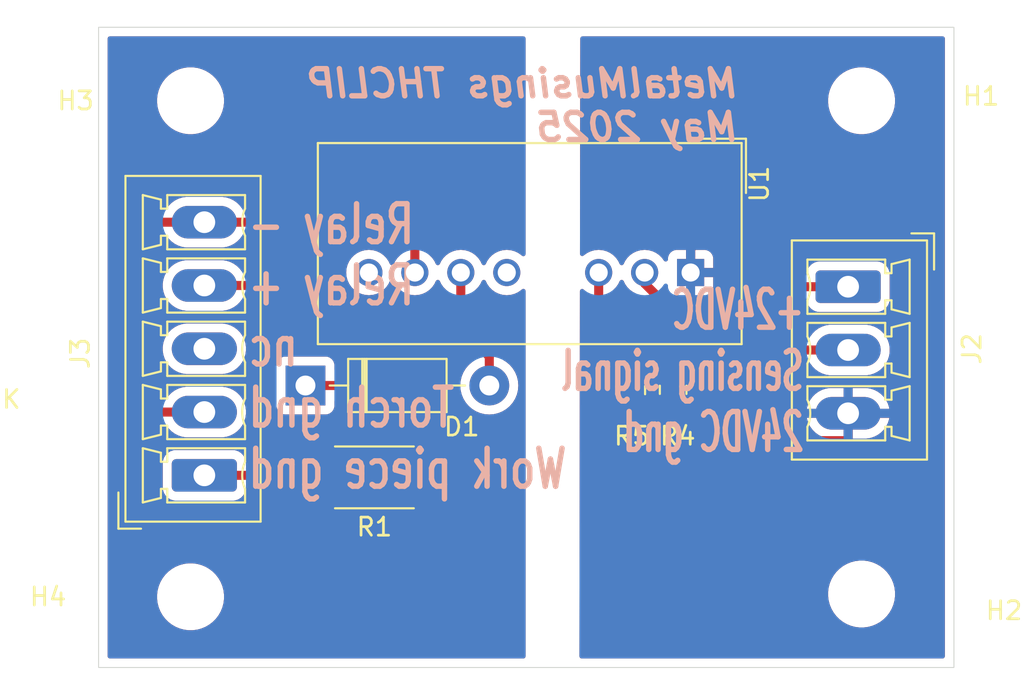
<source format=kicad_pcb>
(kicad_pcb (version 20240108) (generator "pcbnew") (generator_version "8.0")
  (title_block (comment 4 "AISLER Project ID: TCOKWDCI"))
  (layers (0 "F.Cu" signal) (31 "B.Cu" signal) (34 "B.Paste" user) (35 "F.Paste" user) (36 "B.SilkS" user "B.Silkscreen") (37 "F.SilkS" user "F.Silkscreen") (38 "B.Mask" user) (39 "F.Mask" user) (44 "Edge.Cuts" user))
  (net 0 "")
  (net 1 "+24V UNREG")
  (net 2 "Net-(D1-K)")
  (net 3 "-24VDC")
  (net 4 "Net-(U1-OnOff)")
  (net 5 "SENSING SIGNAL (24VDC)")
  (net 6 "WORK PIECE GND (+)")
  (net 7 "+24VDC")
  (net 10 "-24V UNREG")
  (footprint "MountingHole:MountingHole_3.2mm_M3" (layer "F.Cu") (at 194.564 85.344)
    (property "Reference" "H1" (at 6.604 -0.254 0) (layer "F.SilkS"))
    (property "Value" "MountingHole")
    (pad "" np_thru_hole circle (at 0 0) (size 3.2 3.2) (drill 3.2) (layers "*.Cu" "*.Mask"))
  )
  (footprint "Diode_THT:D_DO-41_SOD81_P10.16mm_Horizontal" (layer "F.Cu") (at 163.83 101.092)
    (property "Reference" "D1" (at 8.636 2.286 0) (layer "F.SilkS"))
    (property "Value" "1N4007")
    (fp_line (start 1.34 0) (end 2.36 0) (stroke (width 0.12)) (layer "F.SilkS"))
    (fp_line (start 2.36 -1.47) (end 2.36 1.47) (stroke (width 0.12)) (layer "F.SilkS"))
    (fp_line (start 2.36 1.47) (end 7.8 1.47) (stroke (width 0.12)) (layer "F.SilkS"))
    (fp_line (start 3.14 -1.47) (end 3.14 1.47) (stroke (width 0.12)) (layer "F.SilkS"))
    (fp_line (start 3.26 -1.47) (end 3.26 1.47) (stroke (width 0.12)) (layer "F.SilkS"))
    (fp_line (start 3.38 -1.47) (end 3.38 1.47) (stroke (width 0.12)) (layer "F.SilkS"))
    (fp_line (start 7.8 -1.47) (end 2.36 -1.47) (stroke (width 0.12)) (layer "F.SilkS"))
    (fp_line (start 7.8 1.47) (end 7.8 -1.47) (stroke (width 0.12)) (layer "F.SilkS"))
    (fp_line (start 8.82 0) (end 7.8 0) (stroke (width 0.12)) (layer "F.SilkS"))
    (fp_text user "K" (at -16.256 0.762 0) (layer "F.SilkS"))
    (pad "1" thru_hole rect (at 0 0) (size 2.2 2.2) (drill 1.1) (layers "*.Cu" "*.Mask") (net 2 "Net-(D1-K)"))
    (pad "2" thru_hole oval (at 10.16 0) (size 2.2 2.2) (drill 1.1) (layers "*.Cu" "*.Mask") (net 1 "+24V UNREG"))
  )
  (footprint "Connector_Phoenix_MC:PhoenixContact_MCV_1,5_5-G-3.5_1x05_P3.50mm_Vertical" (layer "F.Cu") (at 158.242 106.06 90)
    (property "Reference" "J3" (at 6.746 -6.858 90) (layer "F.SilkS"))
    (property "Value" "Conn_01x05_Pin")
    (fp_line (start -2.95 -4.75) (end -0.95 -4.75) (stroke (width 0.12)) (layer "F.SilkS"))
    (fp_line (start 16.56 -4.36) (end -2.56 -4.36) (stroke (width 0.12)) (layer "F.SilkS"))
    (fp_line (start -2.56 -4.36) (end -2.56 3.11) (stroke (width 0.12)) (layer "F.SilkS"))
    (fp_line (start -2.95 -3.5) (end -2.95 -4.75) (stroke (width 0.12)) (layer "F.SilkS"))
    (fp_line (start 15.5 -3.4) (end 15.25 -2.4) (stroke (width 0.12)) (layer "F.SilkS"))
    (fp_line (start 12.5 -3.4) (end 15.5 -3.4) (stroke (width 0.12)) (layer "F.SilkS"))
    (fp_line (start 12 -3.4) (end 11.75 -2.4) (stroke (width 0.12)) (layer "F.SilkS"))
    (fp_line (start 9 -3.4) (end 12 -3.4) (stroke (width 0.12)) (layer "F.SilkS"))
    (fp_line (start 8.5 -3.4) (end 8.25 -2.4) (stroke (width 0.12)) (layer "F.SilkS"))
    (fp_line (start 5.5 -3.4) (end 8.5 -3.4) (stroke (width 0.12)) (layer "F.SilkS"))
    (fp_line (start 5 -3.4) (end 4.75 -2.4) (stroke (width 0.12)) (layer "F.SilkS"))
    (fp_line (start 2 -3.4) (end 5 -3.4) (stroke (width 0.12)) (layer "F.SilkS"))
    (fp_line (start 1.5 -3.4) (end 1.25 -2.4) (stroke (width 0.12)) (layer "F.SilkS"))
    (fp_line (start -1.5 -3.4) (end 1.5 -3.4) (stroke (width 0.12)) (layer "F.SilkS"))
    (fp_line (start 15.25 -2.4) (end 14.75 -2.4) (stroke (width 0.12)) (layer "F.SilkS"))
    (fp_line (start 14.75 -2.4) (end 14.75 -2.05) (stroke (width 0.12)) (layer "F.SilkS"))
    (fp_line (start 13.25 -2.4) (end 12.75 -2.4) (stroke (width 0.12)) (layer "F.SilkS"))
    (fp_line (start 12.75 -2.4) (end 12.5 -3.4) (stroke (width 0.12)) (layer "F.SilkS"))
    (fp_line (start 11.75 -2.4) (end 11.25 -2.4) (stroke (width 0.12)) (layer "F.SilkS"))
    (fp_line (start 11.25 -2.4) (end 11.25 -2.05) (stroke (width 0.12)) (layer "F.SilkS"))
    (fp_line (start 9.75 -2.4) (end 9.25 -2.4) (stroke (width 0.12)) (layer "F.SilkS"))
    (fp_line (start 9.25 -2.4) (end 9 -3.4) (stroke (width 0.12)) (layer "F.SilkS"))
    (fp_line (start 8.25 -2.4) (end 7.75 -2.4) (stroke (width 0.12)) (layer "F.SilkS"))
    (fp_line (start 7.75 -2.4) (end 7.75 -2.05) (stroke (width 0.12)) (layer "F.SilkS"))
    (fp_line (start 6.25 -2.4) (end 5.75 -2.4) (stroke (width 0.12)) (layer "F.SilkS"))
    (fp_line (start 5.75 -2.4) (end 5.5 -3.4) (stroke (width 0.12)) (layer "F.SilkS"))
    (fp_line (start 4.75 -2.4) (end 4.25 -2.4) (stroke (width 0.12)) (layer "F.SilkS"))
    (fp_line (start 4.25 -2.4) (end 4.25 -2.05) (stroke (width 0.12)) (layer "F.SilkS"))
    (fp_line (start 2.75 -2.4) (end 2.25 -2.4) (stroke (width 0.12)) (layer "F.SilkS"))
    (fp_line (start 2.25 -2.4) (end 2 -3.4) (stroke (width 0.12)) (layer "F.SilkS"))
    (fp_line (start 1.25 -2.4) (end 0.75 -2.4) (stroke (width 0.12)) (layer "F.SilkS"))
    (fp_line (start 0.75 -2.4) (end 0.75 -2.05) (stroke (width 0.12)) (layer "F.SilkS"))
    (fp_line (start -0.75 -2.4) (end -1.25 -2.4) (stroke (width 0.12)) (layer "F.SilkS"))
    (fp_line (start -1.25 -2.4) (end -1.5 -3.4) (stroke (width 0.12)) (layer "F.SilkS"))
    (fp_line (start 15.5 -2.05) (end 15.5 2.25) (stroke (width 0.12)) (layer "F.SilkS"))
    (fp_line (start 14.75 -2.05) (end 15.5 -2.05) (stroke (width 0.12)) (layer "F.SilkS"))
    (fp_line (start 13.25 -2.05) (end 13.25 -2.4) (stroke (width 0.12)) (layer "F.SilkS"))
    (fp_line (start 12.5 -2.05) (end 13.25 -2.05) (stroke (width 0.12)) (layer "F.SilkS"))
    (fp_line (start 12 -2.05) (end 12 2.25) (stroke (width 0.12)) (layer "F.SilkS"))
    (fp_line (start 11.25 -2.05) (end 12 -2.05) (stroke (width 0.12)) (layer "F.SilkS"))
    (fp_line (start 9.75 -2.05) (end 9.75 -2.4) (stroke (width 0.12)) (layer "F.SilkS"))
    (fp_line (start 9 -2.05) (end 9.75 -2.05) (stroke (width 0.12)) (layer "F.SilkS"))
    (fp_line (start 8.5 -2.05) (end 8.5 2.25) (stroke (width 0.12)) (layer "F.SilkS"))
    (fp_line (start 7.75 -2.05) (end 8.5 -2.05) (stroke (width 0.12)) (layer "F.SilkS"))
    (fp_line (start 6.25 -2.05) (end 6.25 -2.4) (stroke (width 0.12)) (layer "F.SilkS"))
    (fp_line (start 5.5 -2.05) (end 6.25 -2.05) (stroke (width 0.12)) (layer "F.SilkS"))
    (fp_line (start 5 -2.05) (end 5 2.25) (stroke (width 0.12)) (layer "F.SilkS"))
    (fp_line (start 4.25 -2.05) (end 5 -2.05) (stroke (width 0.12)) (layer "F.SilkS"))
    (fp_line (start 2.75 -2.05) (end 2.75 -2.4) (stroke (width 0.12)) (layer "F.SilkS"))
    (fp_line (start 2 -2.05) (end 2.75 -2.05) (stroke (width 0.12)) (layer "F.SilkS"))
    (fp_line (start 1.5 -2.05) (end 1.5 2.25) (stroke (width 0.12)) (layer "F.SilkS"))
    (fp_line (start 0.75 -2.05) (end 1.5 -2.05) (stroke (width 0.12)) (layer "F.SilkS"))
    (fp_line (start -0.75 -2.05) (end -0.75 -2.4) (stroke (width 0.12)) (layer "F.SilkS"))
    (fp_line (start -1.5 -2.05) (end -0.75 -2.05) (stroke (width 0.12)) (layer "F.SilkS"))
    (fp_line (start 15.5 2.25) (end 14.75 2.25) (stroke (width 0.12)) (layer "F.SilkS"))
    (fp_line (start 13.25 2.25) (end 12.5 2.25) (stroke (width 0.12)) (layer "F.SilkS"))
    (fp_line (start 12.5 2.25) (end 12.5 -2.05) (stroke (width 0.12)) (layer "F.SilkS"))
    (fp_line (start 12 2.25) (end 11.25 2.25) (stroke (width 0.12)) (layer "F.SilkS"))
    (fp_line (start 9.75 2.25) (end 9 2.25) (stroke (width 0.12)) (layer "F.SilkS"))
    (fp_line (start 9 2.25) (end 9 -2.05) (stroke (width 0.12)) (layer "F.SilkS"))
    (fp_line (start 8.5 2.25) (end 7.75 2.25) (stroke (width 0.12)) (layer "F.SilkS"))
    (fp_line (start 6.25 2.25) (end 5.5 2.25) (stroke (width 0.12)) (layer "F.SilkS"))
    (fp_line (start 5.5 2.25) (end 5.5 -2.05) (stroke (width 0.12)) (layer "F.SilkS"))
    (fp_line (start 5 2.25) (end 4.25 2.25) (stroke (width 0.12)) (layer "F.SilkS"))
    (fp_line (start 2.75 2.25) (end 2 2.25) (stroke (width 0.12)) (layer "F.SilkS"))
    (fp_line (start 2 2.25) (end 2 -2.05) (stroke (width 0.12)) (layer "F.SilkS"))
    (fp_line (start 1.5 2.25) (end 0.75 2.25) (stroke (width 0.12)) (layer "F.SilkS"))
    (fp_line (start -0.75 2.25) (end -1.5 2.25) (stroke (width 0.12)) (layer "F.SilkS"))
    (fp_line (start -1.5 2.25) (end -1.5 -2.05) (stroke (width 0.12)) (layer "F.SilkS"))
    (fp_line (start 16.56 3.11) (end 16.56 -4.36) (stroke (width 0.12)) (layer "F.SilkS"))
    (fp_line (start -2.56 3.11) (end 16.56 3.11) (stroke (width 0.12)) (layer "F.SilkS"))
    (fp_arc (start 13.25 2.25) (mid 13.999807 2.09191) (end 14.749647 2.249844) (stroke (width 0.12)) (layer "F.SilkS"))
    (fp_arc (start 9.75 2.25) (mid 10.499807 2.09191) (end 11.249647 2.249844) (stroke (width 0.12)) (layer "F.SilkS"))
    (fp_arc (start 6.25 2.25) (mid 6.999807 2.09191) (end 7.749647 2.249844) (stroke (width 0.12)) (layer "F.SilkS"))
    (fp_arc (start 2.75 2.25) (mid 3.499807 2.09191) (end 4.249647 2.249844) (stroke (width 0.12)) (layer "F.SilkS"))
    (fp_arc (start -0.75 2.25) (mid -0.000193 2.09191) (end 0.749647 2.249844) (stroke (width 0.12)) (layer "F.SilkS"))
    (pad "1" thru_hole roundrect (at 0 0 90) (size 1.8 3.6) (drill 1.2) (layers "*.Cu" "*.Mask") (roundrect_rratio 0.138889) (net 6 "WORK PIECE GND (+)"))
    (pad "2" thru_hole oval (at 3.5 0 90) (size 1.8 3.6) (drill 1.2) (layers "*.Cu" "*.Mask") (net 10 "-24V UNREG"))
    (pad "3" thru_hole oval (at 7 0 90) (size 1.8 3.6) (drill 1.2) (layers "*.Cu" "*.Mask"))
    (pad "4" thru_hole oval (at 10.5 0 90) (size 1.8 3.6) (drill 1.2) (layers "*.Cu" "*.Mask") (net 1 "+24V UNREG"))
    (pad "5" thru_hole oval (at 14 0 90) (size 1.8 3.6) (drill 1.2) (layers "*.Cu" "*.Mask") (net 10 "-24V UNREG"))
  )
  (footprint "MountingHole:MountingHole_3.2mm_M3" (layer "F.Cu") (at 157.48 85.344)
    (property "Reference" "H3" (at -6.35 0 0) (layer "F.SilkS"))
    (property "Value" "MountingHole")
    (pad "" np_thru_hole circle (at 0 0) (size 3.2 3.2) (drill 3.2) (layers "*.Cu" "*.Mask"))
  )
  (footprint "Resistor_SMD:R_2512_6332Metric_Pad1.40x3.35mm_HandSolder" (layer "F.Cu") (at 167.64 106.172)
    (property "Reference" "R1" (at 0 2.7432 0) (layer "F.SilkS"))
    (property "Value" "10k")
    (fp_line (start -2.177064 -1.71) (end 2.177064 -1.71) (stroke (width 0.12)) (layer "F.SilkS"))
    (fp_line (start -2.177064 1.71) (end 2.177064 1.71) (stroke (width 0.12)) (layer "F.SilkS"))
    (pad "1" smd roundrect (at -3.05 0) (size 1.4 3.35) (layers "F.Cu" "F.Paste" "F.Mask") (roundrect_rratio 0.178571) (net 6 "WORK PIECE GND (+)"))
    (pad "2" smd roundrect (at 3.05 0) (size 1.4 3.35) (layers "F.Cu" "F.Paste" "F.Mask") (roundrect_rratio 0.178571) (net 2 "Net-(D1-K)"))
  )
  (footprint "Converter_DCDC:Converter_DCDC_TRACO_TEC3-24xxUI_THT" (layer "F.Cu") (at 185.1152 94.8436 -90)
    (property "Reference" "U1" (at -4.9 -3.8 90) (layer "F.SilkS"))
    (property "Value" "RS3K-2424S/H3")
    (fp_line (start -7.16 20.6) (end 3.96 20.6) (stroke (width 0.12)) (layer "F.SilkS"))
    (fp_line (start -7.4 -0.06) (end -7.4 -3.06) (stroke (width 0.12)) (layer "F.SilkS"))
    (fp_line (start -7.16 -2.82) (end -7.16 20.6) (stroke (width 0.12)) (layer "F.SilkS"))
    (fp_line (start -7.16 -2.82) (end 3.96 -2.82) (stroke (width 0.12)) (layer "F.SilkS"))
    (fp_line (start 3.96 -2.82) (end 3.96 20.6) (stroke (width 0.12)) (layer "F.SilkS"))
    (fp_line (start -7.4 -3.06) (end -4.4 -3.06) (stroke (width 0.12)) (layer "F.SilkS"))
    (pad "1" thru_hole rect (at 0 0 270) (size 1.5 1.5) (drill 1) (layers "*.Cu" "*.Mask") (net 3 "-24VDC"))
    (pad "2" thru_hole circle (at 0 2.54 270) (size 1.5 1.5) (drill 1) (layers "*.Cu" "*.Mask") (net 7 "+24VDC"))
    (pad "3" thru_hole circle (at 0 5.08 270) (size 1.5 1.5) (drill 1) (layers "*.Cu" "*.Mask") (net 4 "Net-(U1-OnOff)"))
    (pad "5" thru_hole circle (at 0 10.16 270) (size 1.5 1.5) (drill 1) (layers "*.Cu" "*.Mask"))
    (pad "6" thru_hole circle (at 0 12.7 270) (size 1.5 1.5) (drill 1) (layers "*.Cu" "*.Mask") (net 1 "+24V UNREG"))
    (pad "7" thru_hole circle (at 0 15.24 270) (size 1.5 1.5) (drill 1) (layers "*.Cu" "*.Mask") (net 10 "-24V UNREG"))
    (pad "8" thru_hole circle (at 0 17.78 270) (size 1.5 1.5) (drill 1) (layers "*.Cu" "*.Mask"))
  )
  (footprint "MountingHole:MountingHole_3.2mm_M3" (layer "F.Cu") (at 157.48 112.776)
    (property "Reference" "H4" (at -7.874 0 0) (layer "F.SilkS"))
    (property "Value" "MountingHole")
    (pad "" np_thru_hole circle (at 0 0) (size 3.2 3.2) (drill 3.2) (layers "*.Cu" "*.Mask"))
  )
  (footprint "Resistor_SMD:R_0805_2012Metric_Pad1.20x1.40mm_HandSolder" (layer "F.Cu") (at 181.864 101.346 -90)
    (property "Reference" "R5" (at 2.54 0 180) (layer "F.SilkS"))
    (property "Value" "2k")
    (fp_line (start -0.227064 0.735) (end 0.227064 0.735) (stroke (width 0.12)) (layer "F.SilkS"))
    (fp_line (start -0.227064 -0.735) (end 0.227064 -0.735) (stroke (width 0.12)) (layer "F.SilkS"))
    (pad "1" smd roundrect (at -1 0 270) (size 1.2 1.4) (layers "F.Cu" "F.Paste" "F.Mask") (roundrect_rratio 0.208333) (net 4 "Net-(U1-OnOff)"))
    (pad "2" smd roundrect (at 1 0 270) (size 1.2 1.4) (layers "F.Cu" "F.Paste" "F.Mask") (roundrect_rratio 0.208333) (net 3 "-24VDC"))
  )
  (footprint "MountingHole:MountingHole_3.2mm_M3" (layer "F.Cu") (at 194.564 112.6236)
    (property "Reference" "H2" (at 7.874 0.9144 0) (layer "F.SilkS"))
    (property "Value" "MountingHole")
    (pad "" np_thru_hole circle (at 0 0) (size 3.2 3.2) (drill 3.2) (layers "*.Cu" "*.Mask"))
  )
  (footprint "Connector_Phoenix_MC:PhoenixContact_MCV_1,5_3-G-3.5_1x03_P3.50mm_Vertical" (layer "F.Cu") (at 193.8199 95.6283 -90)
    (property "Reference" "J2" (at 3.4317 -6.8401 90) (layer "F.SilkS"))
    (property "Value" "Conn_01x03_Pin")
    (fp_line (start -2.56 3.11) (end 9.56 3.11) (stroke (width 0.12)) (layer "F.SilkS"))
    (fp_line (start 9.56 3.11) (end 9.56 -4.36) (stroke (width 0.12)) (layer "F.SilkS"))
    (fp_line (start -1.5 2.25) (end -1.5 -2.05) (stroke (width 0.12)) (layer "F.SilkS"))
    (fp_line (start -0.75 2.25) (end -1.5 2.25) (stroke (width 0.12)) (layer "F.SilkS"))
    (fp_line (start 1.5 2.25) (end 0.75 2.25) (stroke (width 0.12)) (layer "F.SilkS"))
    (fp_line (start 2 2.25) (end 2 -2.05) (stroke (width 0.12)) (layer "F.SilkS"))
    (fp_line (start 2.75 2.25) (end 2 2.25) (stroke (width 0.12)) (layer "F.SilkS"))
    (fp_line (start 5 2.25) (end 4.25 2.25) (stroke (width 0.12)) (layer "F.SilkS"))
    (fp_line (start 5.5 2.25) (end 5.5 -2.05) (stroke (width 0.12)) (layer "F.SilkS"))
    (fp_line (start 6.25 2.25) (end 5.5 2.25) (stroke (width 0.12)) (layer "F.SilkS"))
    (fp_line (start 8.5 2.25) (end 7.75 2.25) (stroke (width 0.12)) (layer "F.SilkS"))
    (fp_line (start -1.5 -2.05) (end -0.75 -2.05) (stroke (width 0.12)) (layer "F.SilkS"))
    (fp_line (start -0.75 -2.05) (end -0.75 -2.4) (stroke (width 0.12)) (layer "F.SilkS"))
    (fp_line (start 0.75 -2.05) (end 1.5 -2.05) (stroke (width 0.12)) (layer "F.SilkS"))
    (fp_line (start 1.5 -2.05) (end 1.5 2.25) (stroke (width 0.12)) (layer "F.SilkS"))
    (fp_line (start 2 -2.05) (end 2.75 -2.05) (stroke (width 0.12)) (layer "F.SilkS"))
    (fp_line (start 2.75 -2.05) (end 2.75 -2.4) (stroke (width 0.12)) (layer "F.SilkS"))
    (fp_line (start 4.25 -2.05) (end 5 -2.05) (stroke (width 0.12)) (layer "F.SilkS"))
    (fp_line (start 5 -2.05) (end 5 2.25) (stroke (width 0.12)) (layer "F.SilkS"))
    (fp_line (start 5.5 -2.05) (end 6.25 -2.05) (stroke (width 0.12)) (layer "F.SilkS"))
    (fp_line (start 6.25 -2.05) (end 6.25 -2.4) (stroke (width 0.12)) (layer "F.SilkS"))
    (fp_line (start 7.75 -2.05) (end 8.5 -2.05) (stroke (width 0.12)) (layer "F.SilkS"))
    (fp_line (start 8.5 -2.05) (end 8.5 2.25) (stroke (width 0.12)) (layer "F.SilkS"))
    (fp_line (start -1.25 -2.4) (end -1.5 -3.4) (stroke (width 0.12)) (layer "F.SilkS"))
    (fp_line (start -0.75 -2.4) (end -1.25 -2.4) (stroke (width 0.12)) (layer "F.SilkS"))
    (fp_line (start 0.75 -2.4) (end 0.75 -2.05) (stroke (width 0.12)) (layer "F.SilkS"))
    (fp_line (start 1.25 -2.4) (end 0.75 -2.4) (stroke (width 0.12)) (layer "F.SilkS"))
    (fp_line (start 2.25 -2.4) (end 2 -3.4) (stroke (width 0.12)) (layer "F.SilkS"))
    (fp_line (start 2.75 -2.4) (end 2.25 -2.4) (stroke (width 0.12)) (layer "F.SilkS"))
    (fp_line (start 4.25 -2.4) (end 4.25 -2.05) (stroke (width 0.12)) (layer "F.SilkS"))
    (fp_line (start 4.75 -2.4) (end 4.25 -2.4) (stroke (width 0.12)) (layer "F.SilkS"))
    (fp_line (start 5.75 -2.4) (end 5.5 -3.4) (stroke (width 0.12)) (layer "F.SilkS"))
    (fp_line (start 6.25 -2.4) (end 5.75 -2.4) (stroke (width 0.12)) (layer "F.SilkS"))
    (fp_line (start 7.75 -2.4) (end 7.75 -2.05) (stroke (width 0.12)) (layer "F.SilkS"))
    (fp_line (start 8.25 -2.4) (end 7.75 -2.4) (stroke (width 0.12)) (layer "F.SilkS"))
    (fp_line (start -1.5 -3.4) (end 1.5 -3.4) (stroke (width 0.12)) (layer "F.SilkS"))
    (fp_line (start 1.5 -3.4) (end 1.25 -2.4) (stroke (width 0.12)) (layer "F.SilkS"))
    (fp_line (start 2 -3.4) (end 5 -3.4) (stroke (width 0.12)) (layer "F.SilkS"))
    (fp_line (start 5 -3.4) (end 4.75 -2.4) (stroke (width 0.12)) (layer "F.SilkS"))
    (fp_line (start 5.5 -3.4) (end 8.5 -3.4) (stroke (width 0.12)) (layer "F.SilkS"))
    (fp_line (start 8.5 -3.4) (end 8.25 -2.4) (stroke (width 0.12)) (layer "F.SilkS"))
    (fp_line (start -2.95 -3.5) (end -2.95 -4.75) (stroke (width 0.12)) (layer "F.SilkS"))
    (fp_line (start -2.56 -4.36) (end -2.56 3.11) (stroke (width 0.12)) (layer "F.SilkS"))
    (fp_line (start 9.56 -4.36) (end -2.56 -4.36) (stroke (width 0.12)) (layer "F.SilkS"))
    (fp_line (start -2.95 -4.75) (end -0.95 -4.75) (stroke (width 0.12)) (layer "F.SilkS"))
    (fp_arc (start -0.75 2.25) (mid -0.000193 2.09191) (end 0.749647 2.249844) (stroke (width 0.12)) (layer "F.SilkS"))
    (fp_arc (start 2.75 2.25) (mid 3.499807 2.09191) (end 4.249647 2.249844) (stroke (width 0.12)) (layer "F.SilkS"))
    (fp_arc (start 6.25 2.25) (mid 6.999807 2.09191) (end 7.749647 2.249844) (stroke (width 0.12)) (layer "F.SilkS"))
    (pad "1" thru_hole roundrect (at 0 0 270) (size 1.8 3.6) (drill 1.2) (layers "*.Cu" "*.Mask") (roundrect_rratio 0.138889) (net 7 "+24VDC"))
    (pad "2" thru_hole oval (at 3.5 0 270) (size 1.8 3.6) (drill 1.2) (layers "*.Cu" "*.Mask") (net 5 "SENSING SIGNAL (24VDC)"))
    (pad "3" thru_hole oval (at 7 0 270) (size 1.8 3.6) (drill 1.2) (layers "*.Cu" "*.Mask") (net 3 "-24VDC"))
  )
  (footprint "Resistor_SMD:R_0805_2012Metric_Pad1.20x1.40mm_HandSolder" (layer "F.Cu") (at 184.15 101.33 90)
    (property "Reference" "R4" (at -2.556 0.254 180) (layer "F.SilkS"))
    (property "Value" "10k")
    (fp_line (start -0.227064 -0.735) (end 0.227064 -0.735) (stroke (width 0.12)) (layer "F.SilkS"))
    (fp_line (start -0.227064 0.735) (end 0.227064 0.735) (stroke (width 0.12)) (layer "F.SilkS"))
    (pad "1" smd roundrect (at -1 0 90) (size 1.2 1.4) (layers "F.Cu" "F.Paste" "F.Mask") (roundrect_rratio 0.208333) (net 5 "SENSING SIGNAL (24VDC)"))
    (pad "2" smd roundrect (at 1 0 90) (size 1.2 1.4) (layers "F.Cu" "F.Paste" "F.Mask") (roundrect_rratio 0.208333) (net 4 "Net-(U1-OnOff)"))
  )
  (gr_rect (start 152.3977 81.28) (end 199.6671 116.6876) (stroke (width 0.05)) (fill none) (layer "Edge.Cuts"))
  (gr_text "MetalMusings THCLIP\nMay 2025" (at 187.9352 87.6836 0) (layer "B.SilkS") (effects (font (size 1.5 1.5) (thickness 0.3) (bold yes) (italic yes)) (justify left bottom mirror)))
  (gr_text "+24VDC\nSensing signal\n24VDC gnd" (at 191.516 104.902 0) (layer "B.SilkS") (effects (font (size 2.1 1.2) (thickness 0.3) (bold yes)) (justify left bottom mirror)))
  (gr_text "Relay -\nRelay +\nnc\nTorch gnd\nWork piece gnd" (at 160.528 106.934 0) (layer "B.SilkS") (effects (font (size 2.1 1.5) (thickness 0.3) (bold yes)) (justify right bottom mirror)))
  (segment (start 163.124 95.56) (end 165.354 97.79) (width 0.5) (layer "F.Cu") (net 1))
  (segment (start 158.242 95.56) (end 163.124 95.56) (width 0.5) (layer "F.Cu") (net 1))
  (segment (start 173.99 99.4893) (end 172.2907 97.79) (width 0.5) (layer "F.Cu") (net 1))
  (segment (start 173.99 101.092) (end 173.99 99.4893) (width 0.5) (layer "F.Cu") (net 1))
  (segment (start 172.4152 94.8436) (end 172.4152 96.3453) (width 0.5) (layer "F.Cu") (net 1))
  (segment (start 165.354 97.79) (end 172.2907 97.79) (width 0.5) (layer "F.Cu") (net 1))
  (segment (start 172.4152 96.3453) (end 172.4152 97.6655) (width 0.5) (layer "F.Cu") (net 1))
  (segment (start 172.2907 97.79) (end 172.4152 97.6655) (width 0.5) (layer "F.Cu") (net 1))
  (segment (start 163.83 101.092) (end 166.3212 101.092) (width 0.5) (layer "F.Cu") (net 2))
  (segment (start 166.3212 101.092) (end 170.69 105.4608) (width 0.5) (layer "F.Cu") (net 2))
  (segment (start 193.8199 102.6283) (end 196.3297 102.6283) (width 0.5) (layer "F.Cu") (net 3))
  (segment (start 193.802 104.14) (end 193.8199 104.1221) (width 0.5) (layer "F.Cu") (net 3))
  (segment (start 181.864 102.346) (end 181.864 104.14) (width 0.5) (layer "F.Cu") (net 3))
  (segment (start 181.864 104.14) (end 193.802 104.14) (width 0.5) (layer "F.Cu") (net 3))
  (segment (start 193.8199 104.1221) (end 193.8199 102.6283) (width 0.5) (layer "F.Cu") (net 3))
  (segment (start 196.3699 94.5159) (end 195.072 93.218) (width 0.5) (layer "F.Cu") (net 3))
  (segment (start 196.3297 102.6283) (end 196.3699 102.5881) (width 0.5) (layer "F.Cu") (net 3))
  (segment (start 196.3699 102.5881) (end 196.3699 94.5159) (width 0.5) (layer "F.Cu") (net 3))
  (segment (start 185.1152 93.5228) (end 185.1152 94.8436) (width 0.5) (layer "F.Cu") (net 3))
  (segment (start 195.072 93.218) (end 185.42 93.218) (width 0.5) (layer "F.Cu") (net 3))
  (segment (start 185.42 93.218) (end 185.1152 93.5228) (width 0.5) (layer "F.Cu") (net 3))
  (segment (start 181.88 100.33) (end 181.88 98.06) (width 0.5) (layer "F.Cu") (net 4))
  (segment (start 181.88 98.06) (end 180.0352 96.2152) (width 0.5) (layer "F.Cu") (net 4))
  (segment (start 180.0352 96.2152) (end 180.0352 94.8436) (width 0.5) (layer "F.Cu") (net 4))
  (segment (start 181.88 100.33) (end 181.864 100.346) (width 0.5) (layer "F.Cu") (net 4))
  (segment (start 184.15 100.33) (end 181.88 100.33) (width 0.5) (layer "F.Cu") (net 4))
  (segment (start 186.722 102.33) (end 184.15 102.33) (width 0.5) (layer "F.Cu") (net 5))
  (segment (start 193.8199 99.1283) (end 189.9237 99.1283) (width 0.5) (layer "F.Cu") (net 5))
  (segment (start 189.9237 99.1283) (end 186.722 102.33) (width 0.5) (layer "F.Cu") (net 5))
  (segment (start 164.478 106.06) (end 164.59 106.172) (width 0.5) (layer "F.Cu") (net 6))
  (segment (start 158.242 106.06) (end 164.478 106.06) (width 0.5) (layer "F.Cu") (net 6))
  (segment (start 183.896 96.774) (end 182.5752 95.4532) (width 0.5) (layer "F.Cu") (net 7))
  (segment (start 188.214 96.774) (end 183.896 96.774) (width 0.5) (layer "F.Cu") (net 7))
  (segment (start 189.3597 95.6283) (end 188.214 96.774) (width 0.5) (layer "F.Cu") (net 7))
  (segment (start 182.5752 95.4532) (end 182.5752 94.8436) (width 0.5) (layer "F.Cu") (net 7))
  (segment (start 193.8199 95.6283) (end 189.3597 95.6283) (width 0.5) (layer "F.Cu") (net 7))
  (segment (start 169.8752 92.9132) (end 169.022 92.06) (width 0.5) (layer "F.Cu") (net 10))
  (segment (start 154.432 92.06) (end 154.432 102.56) (width 0.5) (layer "F.Cu") (net 10))
  (segment (start 169.022 92.06) (end 158.242 92.06) (width 0.5) (layer "F.Cu") (net 10))
  (segment (start 154.432 102.56) (end 158.242 102.56) (width 0.5) (layer "F.Cu") (net 10))
  (segment (start 169.8752 94.8436) (end 169.8752 92.9132) (width 0.5) (layer "F.Cu") (net 10))
  (segment (start 158.242 92.06) (end 154.432 92.06) (width 0.5) (layer "F.Cu") (net 10))
  (zone (net 3) (net_name "-24VDC") (layers "F&B.Cu") (priority 1) (connect_pads (clearance 0)) (min_thickness 0.25) (fill yes (thermal_gap 0.5) (thermal_bridge_width 0.5) (island_removal_mode 1) (island_area_min 10))
    (polygon (pts (xy 179.0192 81.2038) (xy 199.644 81.28) (xy 199.644 116.84) (xy 178.9684 116.84)))
  )
  (zone (net 0) (net_name "") (layers "F&B.Cu") (connect_pads (clearance 0)) (min_thickness 0.25) (fill yes (thermal_gap 0.5) (thermal_bridge_width 0.5) (island_removal_mode 1) (island_area_min 10))
    (polygon (pts (xy 175.9966 81.28) (xy 175.9966 116.586) (xy 152.4 116.586) (xy 152.4 81.28)))
  )
)
</source>
